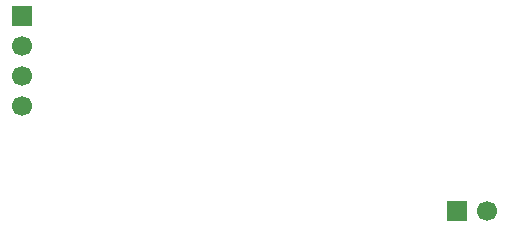
<source format=gbp>
G04 #@! TF.GenerationSoftware,KiCad,Pcbnew,9.0.3*
G04 #@! TF.CreationDate,2025-08-23T15:15:08+02:00*
G04 #@! TF.ProjectId,fw-anwesenheit,66772d61-6e77-4657-9365-6e686569742e,rev?*
G04 #@! TF.SameCoordinates,Original*
G04 #@! TF.FileFunction,Paste,Bot*
G04 #@! TF.FilePolarity,Positive*
%FSLAX46Y46*%
G04 Gerber Fmt 4.6, Leading zero omitted, Abs format (unit mm)*
G04 Created by KiCad (PCBNEW 9.0.3) date 2025-08-23 15:15:08*
%MOMM*%
%LPD*%
G01*
G04 APERTURE LIST*
%ADD10R,1.700000X1.700000*%
%ADD11C,1.700000*%
G04 APERTURE END LIST*
D10*
X120010000Y-127000000D03*
D11*
X122550000Y-127000000D03*
D10*
X83185000Y-110490000D03*
D11*
X83185000Y-113030000D03*
X83185000Y-115570000D03*
X83185000Y-118110000D03*
M02*

</source>
